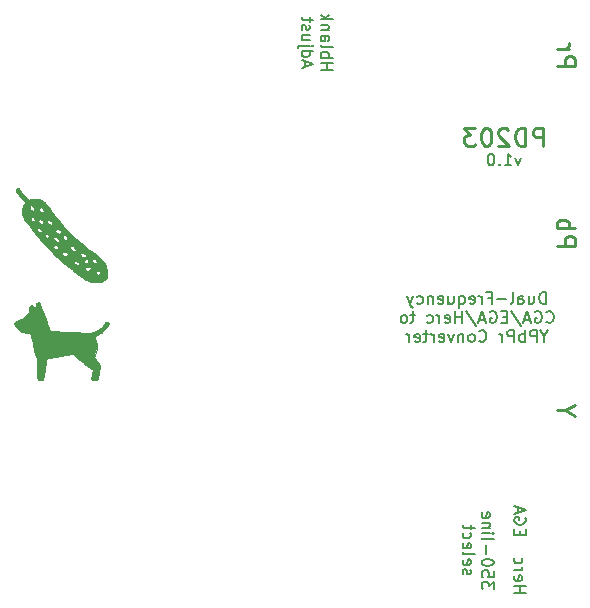
<source format=gbr>
%TF.GenerationSoftware,KiCad,Pcbnew,(6.0.11)*%
%TF.CreationDate,2023-07-09T23:55:29-07:00*%
%TF.ProjectId,cga-ypbpr,6367612d-7970-4627-9072-2e6b69636164,rev?*%
%TF.SameCoordinates,PX2990618PY4bd2668*%
%TF.FileFunction,Legend,Bot*%
%TF.FilePolarity,Positive*%
%FSLAX46Y46*%
G04 Gerber Fmt 4.6, Leading zero omitted, Abs format (unit mm)*
G04 Created by KiCad (PCBNEW (6.0.11)) date 2023-07-09 23:55:29*
%MOMM*%
%LPD*%
G01*
G04 APERTURE LIST*
%ADD10C,0.150000*%
%ADD11C,0.250000*%
%ADD12C,0.010000*%
G04 APERTURE END LIST*
D10*
X36786523Y-25382380D02*
X36786523Y-24382380D01*
X36548428Y-24382380D01*
X36405571Y-24430000D01*
X36310333Y-24525238D01*
X36262714Y-24620476D01*
X36215095Y-24810952D01*
X36215095Y-24953809D01*
X36262714Y-25144285D01*
X36310333Y-25239523D01*
X36405571Y-25334761D01*
X36548428Y-25382380D01*
X36786523Y-25382380D01*
X35357952Y-24715714D02*
X35357952Y-25382380D01*
X35786523Y-24715714D02*
X35786523Y-25239523D01*
X35738904Y-25334761D01*
X35643666Y-25382380D01*
X35500809Y-25382380D01*
X35405571Y-25334761D01*
X35357952Y-25287142D01*
X34453190Y-25382380D02*
X34453190Y-24858571D01*
X34500809Y-24763333D01*
X34596047Y-24715714D01*
X34786523Y-24715714D01*
X34881761Y-24763333D01*
X34453190Y-25334761D02*
X34548428Y-25382380D01*
X34786523Y-25382380D01*
X34881761Y-25334761D01*
X34929380Y-25239523D01*
X34929380Y-25144285D01*
X34881761Y-25049047D01*
X34786523Y-25001428D01*
X34548428Y-25001428D01*
X34453190Y-24953809D01*
X33834142Y-25382380D02*
X33929380Y-25334761D01*
X33977000Y-25239523D01*
X33977000Y-24382380D01*
X33453190Y-25001428D02*
X32691285Y-25001428D01*
X31881761Y-24858571D02*
X32215095Y-24858571D01*
X32215095Y-25382380D02*
X32215095Y-24382380D01*
X31738904Y-24382380D01*
X31357952Y-25382380D02*
X31357952Y-24715714D01*
X31357952Y-24906190D02*
X31310333Y-24810952D01*
X31262714Y-24763333D01*
X31167476Y-24715714D01*
X31072238Y-24715714D01*
X30357952Y-25334761D02*
X30453190Y-25382380D01*
X30643666Y-25382380D01*
X30738904Y-25334761D01*
X30786523Y-25239523D01*
X30786523Y-24858571D01*
X30738904Y-24763333D01*
X30643666Y-24715714D01*
X30453190Y-24715714D01*
X30357952Y-24763333D01*
X30310333Y-24858571D01*
X30310333Y-24953809D01*
X30786523Y-25049047D01*
X29453190Y-24715714D02*
X29453190Y-25715714D01*
X29453190Y-25334761D02*
X29548428Y-25382380D01*
X29738904Y-25382380D01*
X29834142Y-25334761D01*
X29881761Y-25287142D01*
X29929380Y-25191904D01*
X29929380Y-24906190D01*
X29881761Y-24810952D01*
X29834142Y-24763333D01*
X29738904Y-24715714D01*
X29548428Y-24715714D01*
X29453190Y-24763333D01*
X28548428Y-24715714D02*
X28548428Y-25382380D01*
X28977000Y-24715714D02*
X28977000Y-25239523D01*
X28929380Y-25334761D01*
X28834142Y-25382380D01*
X28691285Y-25382380D01*
X28596047Y-25334761D01*
X28548428Y-25287142D01*
X27691285Y-25334761D02*
X27786523Y-25382380D01*
X27977000Y-25382380D01*
X28072238Y-25334761D01*
X28119857Y-25239523D01*
X28119857Y-24858571D01*
X28072238Y-24763333D01*
X27977000Y-24715714D01*
X27786523Y-24715714D01*
X27691285Y-24763333D01*
X27643666Y-24858571D01*
X27643666Y-24953809D01*
X28119857Y-25049047D01*
X27215095Y-24715714D02*
X27215095Y-25382380D01*
X27215095Y-24810952D02*
X27167476Y-24763333D01*
X27072238Y-24715714D01*
X26929380Y-24715714D01*
X26834142Y-24763333D01*
X26786523Y-24858571D01*
X26786523Y-25382380D01*
X25881761Y-25334761D02*
X25977000Y-25382380D01*
X26167476Y-25382380D01*
X26262714Y-25334761D01*
X26310333Y-25287142D01*
X26357952Y-25191904D01*
X26357952Y-24906190D01*
X26310333Y-24810952D01*
X26262714Y-24763333D01*
X26167476Y-24715714D01*
X25977000Y-24715714D01*
X25881761Y-24763333D01*
X25548428Y-24715714D02*
X25310333Y-25382380D01*
X25072238Y-24715714D02*
X25310333Y-25382380D01*
X25405571Y-25620476D01*
X25453190Y-25668095D01*
X25548428Y-25715714D01*
X36834142Y-26897142D02*
X36881761Y-26944761D01*
X37024619Y-26992380D01*
X37119857Y-26992380D01*
X37262714Y-26944761D01*
X37357952Y-26849523D01*
X37405571Y-26754285D01*
X37453190Y-26563809D01*
X37453190Y-26420952D01*
X37405571Y-26230476D01*
X37357952Y-26135238D01*
X37262714Y-26040000D01*
X37119857Y-25992380D01*
X37024619Y-25992380D01*
X36881761Y-26040000D01*
X36834142Y-26087619D01*
X35881761Y-26040000D02*
X35977000Y-25992380D01*
X36119857Y-25992380D01*
X36262714Y-26040000D01*
X36357952Y-26135238D01*
X36405571Y-26230476D01*
X36453190Y-26420952D01*
X36453190Y-26563809D01*
X36405571Y-26754285D01*
X36357952Y-26849523D01*
X36262714Y-26944761D01*
X36119857Y-26992380D01*
X36024619Y-26992380D01*
X35881761Y-26944761D01*
X35834142Y-26897142D01*
X35834142Y-26563809D01*
X36024619Y-26563809D01*
X35453190Y-26706666D02*
X34977000Y-26706666D01*
X35548428Y-26992380D02*
X35215095Y-25992380D01*
X34881761Y-26992380D01*
X33834142Y-25944761D02*
X34691285Y-27230476D01*
X33500809Y-26468571D02*
X33167476Y-26468571D01*
X33024619Y-26992380D02*
X33500809Y-26992380D01*
X33500809Y-25992380D01*
X33024619Y-25992380D01*
X32072238Y-26040000D02*
X32167476Y-25992380D01*
X32310333Y-25992380D01*
X32453190Y-26040000D01*
X32548428Y-26135238D01*
X32596047Y-26230476D01*
X32643666Y-26420952D01*
X32643666Y-26563809D01*
X32596047Y-26754285D01*
X32548428Y-26849523D01*
X32453190Y-26944761D01*
X32310333Y-26992380D01*
X32215095Y-26992380D01*
X32072238Y-26944761D01*
X32024619Y-26897142D01*
X32024619Y-26563809D01*
X32215095Y-26563809D01*
X31643666Y-26706666D02*
X31167476Y-26706666D01*
X31738904Y-26992380D02*
X31405571Y-25992380D01*
X31072238Y-26992380D01*
X30024619Y-25944761D02*
X30881761Y-27230476D01*
X29691285Y-26992380D02*
X29691285Y-25992380D01*
X29691285Y-26468571D02*
X29119857Y-26468571D01*
X29119857Y-26992380D02*
X29119857Y-25992380D01*
X28262714Y-26944761D02*
X28357952Y-26992380D01*
X28548428Y-26992380D01*
X28643666Y-26944761D01*
X28691285Y-26849523D01*
X28691285Y-26468571D01*
X28643666Y-26373333D01*
X28548428Y-26325714D01*
X28357952Y-26325714D01*
X28262714Y-26373333D01*
X28215095Y-26468571D01*
X28215095Y-26563809D01*
X28691285Y-26659047D01*
X27786523Y-26992380D02*
X27786523Y-26325714D01*
X27786523Y-26516190D02*
X27738904Y-26420952D01*
X27691285Y-26373333D01*
X27596047Y-26325714D01*
X27500809Y-26325714D01*
X26738904Y-26944761D02*
X26834142Y-26992380D01*
X27024619Y-26992380D01*
X27119857Y-26944761D01*
X27167476Y-26897142D01*
X27215095Y-26801904D01*
X27215095Y-26516190D01*
X27167476Y-26420952D01*
X27119857Y-26373333D01*
X27024619Y-26325714D01*
X26834142Y-26325714D01*
X26738904Y-26373333D01*
X25691285Y-26325714D02*
X25310333Y-26325714D01*
X25548428Y-25992380D02*
X25548428Y-26849523D01*
X25500809Y-26944761D01*
X25405571Y-26992380D01*
X25310333Y-26992380D01*
X24834142Y-26992380D02*
X24929380Y-26944761D01*
X24977000Y-26897142D01*
X25024619Y-26801904D01*
X25024619Y-26516190D01*
X24977000Y-26420952D01*
X24929380Y-26373333D01*
X24834142Y-26325714D01*
X24691285Y-26325714D01*
X24596047Y-26373333D01*
X24548428Y-26420952D01*
X24500809Y-26516190D01*
X24500809Y-26801904D01*
X24548428Y-26897142D01*
X24596047Y-26944761D01*
X24691285Y-26992380D01*
X24834142Y-26992380D01*
X36667476Y-28126190D02*
X36667476Y-28602380D01*
X37000809Y-27602380D02*
X36667476Y-28126190D01*
X36334142Y-27602380D01*
X36000809Y-28602380D02*
X36000809Y-27602380D01*
X35619857Y-27602380D01*
X35524619Y-27650000D01*
X35477000Y-27697619D01*
X35429380Y-27792857D01*
X35429380Y-27935714D01*
X35477000Y-28030952D01*
X35524619Y-28078571D01*
X35619857Y-28126190D01*
X36000809Y-28126190D01*
X35000809Y-28602380D02*
X35000809Y-27602380D01*
X35000809Y-27983333D02*
X34905571Y-27935714D01*
X34715095Y-27935714D01*
X34619857Y-27983333D01*
X34572238Y-28030952D01*
X34524619Y-28126190D01*
X34524619Y-28411904D01*
X34572238Y-28507142D01*
X34619857Y-28554761D01*
X34715095Y-28602380D01*
X34905571Y-28602380D01*
X35000809Y-28554761D01*
X34096047Y-28602380D02*
X34096047Y-27602380D01*
X33715095Y-27602380D01*
X33619857Y-27650000D01*
X33572238Y-27697619D01*
X33524619Y-27792857D01*
X33524619Y-27935714D01*
X33572238Y-28030952D01*
X33619857Y-28078571D01*
X33715095Y-28126190D01*
X34096047Y-28126190D01*
X33096047Y-28602380D02*
X33096047Y-27935714D01*
X33096047Y-28126190D02*
X33048428Y-28030952D01*
X33000809Y-27983333D01*
X32905571Y-27935714D01*
X32810333Y-27935714D01*
X31143666Y-28507142D02*
X31191285Y-28554761D01*
X31334142Y-28602380D01*
X31429380Y-28602380D01*
X31572238Y-28554761D01*
X31667476Y-28459523D01*
X31715095Y-28364285D01*
X31762714Y-28173809D01*
X31762714Y-28030952D01*
X31715095Y-27840476D01*
X31667476Y-27745238D01*
X31572238Y-27650000D01*
X31429380Y-27602380D01*
X31334142Y-27602380D01*
X31191285Y-27650000D01*
X31143666Y-27697619D01*
X30572238Y-28602380D02*
X30667476Y-28554761D01*
X30715095Y-28507142D01*
X30762714Y-28411904D01*
X30762714Y-28126190D01*
X30715095Y-28030952D01*
X30667476Y-27983333D01*
X30572238Y-27935714D01*
X30429380Y-27935714D01*
X30334142Y-27983333D01*
X30286523Y-28030952D01*
X30238904Y-28126190D01*
X30238904Y-28411904D01*
X30286523Y-28507142D01*
X30334142Y-28554761D01*
X30429380Y-28602380D01*
X30572238Y-28602380D01*
X29810333Y-27935714D02*
X29810333Y-28602380D01*
X29810333Y-28030952D02*
X29762714Y-27983333D01*
X29667476Y-27935714D01*
X29524619Y-27935714D01*
X29429380Y-27983333D01*
X29381761Y-28078571D01*
X29381761Y-28602380D01*
X29000809Y-27935714D02*
X28762714Y-28602380D01*
X28524619Y-27935714D01*
X27762714Y-28554761D02*
X27857952Y-28602380D01*
X28048428Y-28602380D01*
X28143666Y-28554761D01*
X28191285Y-28459523D01*
X28191285Y-28078571D01*
X28143666Y-27983333D01*
X28048428Y-27935714D01*
X27857952Y-27935714D01*
X27762714Y-27983333D01*
X27715095Y-28078571D01*
X27715095Y-28173809D01*
X28191285Y-28269047D01*
X27286523Y-28602380D02*
X27286523Y-27935714D01*
X27286523Y-28126190D02*
X27238904Y-28030952D01*
X27191285Y-27983333D01*
X27096047Y-27935714D01*
X27000809Y-27935714D01*
X26810333Y-27935714D02*
X26429380Y-27935714D01*
X26667476Y-27602380D02*
X26667476Y-28459523D01*
X26619857Y-28554761D01*
X26524619Y-28602380D01*
X26429380Y-28602380D01*
X25715095Y-28554761D02*
X25810333Y-28602380D01*
X26000809Y-28602380D01*
X26096047Y-28554761D01*
X26143666Y-28459523D01*
X26143666Y-28078571D01*
X26096047Y-27983333D01*
X26000809Y-27935714D01*
X25810333Y-27935714D01*
X25715095Y-27983333D01*
X25667476Y-28078571D01*
X25667476Y-28173809D01*
X26143666Y-28269047D01*
X25238904Y-28602380D02*
X25238904Y-27935714D01*
X25238904Y-28126190D02*
X25191285Y-28030952D01*
X25143666Y-27983333D01*
X25048428Y-27935714D01*
X24953190Y-27935714D01*
D11*
X36537714Y-11978571D02*
X36537714Y-10478571D01*
X35966285Y-10478571D01*
X35823428Y-10550000D01*
X35752000Y-10621428D01*
X35680571Y-10764285D01*
X35680571Y-10978571D01*
X35752000Y-11121428D01*
X35823428Y-11192857D01*
X35966285Y-11264285D01*
X36537714Y-11264285D01*
X35037714Y-11978571D02*
X35037714Y-10478571D01*
X34680571Y-10478571D01*
X34466285Y-10550000D01*
X34323428Y-10692857D01*
X34252000Y-10835714D01*
X34180571Y-11121428D01*
X34180571Y-11335714D01*
X34252000Y-11621428D01*
X34323428Y-11764285D01*
X34466285Y-11907142D01*
X34680571Y-11978571D01*
X35037714Y-11978571D01*
X33609142Y-10621428D02*
X33537714Y-10550000D01*
X33394857Y-10478571D01*
X33037714Y-10478571D01*
X32894857Y-10550000D01*
X32823428Y-10621428D01*
X32752000Y-10764285D01*
X32752000Y-10907142D01*
X32823428Y-11121428D01*
X33680571Y-11978571D01*
X32752000Y-11978571D01*
X31823428Y-10478571D02*
X31680571Y-10478571D01*
X31537714Y-10550000D01*
X31466285Y-10621428D01*
X31394857Y-10764285D01*
X31323428Y-11050000D01*
X31323428Y-11407142D01*
X31394857Y-11692857D01*
X31466285Y-11835714D01*
X31537714Y-11907142D01*
X31680571Y-11978571D01*
X31823428Y-11978571D01*
X31966285Y-11907142D01*
X32037714Y-11835714D01*
X32109142Y-11692857D01*
X32180571Y-11407142D01*
X32180571Y-11050000D01*
X32109142Y-10764285D01*
X32037714Y-10621428D01*
X31966285Y-10550000D01*
X31823428Y-10478571D01*
X30823428Y-10478571D02*
X29894857Y-10478571D01*
X30394857Y-11050000D01*
X30180571Y-11050000D01*
X30037714Y-11121428D01*
X29966285Y-11192857D01*
X29894857Y-11335714D01*
X29894857Y-11692857D01*
X29966285Y-11835714D01*
X30037714Y-11907142D01*
X30180571Y-11978571D01*
X30609142Y-11978571D01*
X30752000Y-11907142D01*
X30823428Y-11835714D01*
D10*
X34680571Y-12990714D02*
X34442476Y-13657380D01*
X34204380Y-12990714D01*
X33299619Y-13657380D02*
X33871047Y-13657380D01*
X33585333Y-13657380D02*
X33585333Y-12657380D01*
X33680571Y-12800238D01*
X33775809Y-12895476D01*
X33871047Y-12943095D01*
X32871047Y-13562142D02*
X32823428Y-13609761D01*
X32871047Y-13657380D01*
X32918666Y-13609761D01*
X32871047Y-13562142D01*
X32871047Y-13657380D01*
X32204380Y-12657380D02*
X32109142Y-12657380D01*
X32013904Y-12705000D01*
X31966285Y-12752619D01*
X31918666Y-12847857D01*
X31871047Y-13038333D01*
X31871047Y-13276428D01*
X31918666Y-13466904D01*
X31966285Y-13562142D01*
X32013904Y-13609761D01*
X32109142Y-13657380D01*
X32204380Y-13657380D01*
X32299619Y-13609761D01*
X32347238Y-13562142D01*
X32394857Y-13466904D01*
X32442476Y-13276428D01*
X32442476Y-13038333D01*
X32394857Y-12847857D01*
X32347238Y-12752619D01*
X32299619Y-12705000D01*
X32204380Y-12657380D01*
X17729619Y-5564523D02*
X18729619Y-5564523D01*
X18253428Y-5564523D02*
X18253428Y-4993095D01*
X17729619Y-4993095D02*
X18729619Y-4993095D01*
X17729619Y-4516904D02*
X18729619Y-4516904D01*
X18348666Y-4516904D02*
X18396285Y-4421666D01*
X18396285Y-4231190D01*
X18348666Y-4135952D01*
X18301047Y-4088333D01*
X18205809Y-4040714D01*
X17920095Y-4040714D01*
X17824857Y-4088333D01*
X17777238Y-4135952D01*
X17729619Y-4231190D01*
X17729619Y-4421666D01*
X17777238Y-4516904D01*
X17729619Y-3469285D02*
X17777238Y-3564523D01*
X17872476Y-3612142D01*
X18729619Y-3612142D01*
X17729619Y-2659761D02*
X18253428Y-2659761D01*
X18348666Y-2707380D01*
X18396285Y-2802619D01*
X18396285Y-2993095D01*
X18348666Y-3088333D01*
X17777238Y-2659761D02*
X17729619Y-2755000D01*
X17729619Y-2993095D01*
X17777238Y-3088333D01*
X17872476Y-3135952D01*
X17967714Y-3135952D01*
X18062952Y-3088333D01*
X18110571Y-2993095D01*
X18110571Y-2755000D01*
X18158190Y-2659761D01*
X18396285Y-2183571D02*
X17729619Y-2183571D01*
X18301047Y-2183571D02*
X18348666Y-2135952D01*
X18396285Y-2040714D01*
X18396285Y-1897857D01*
X18348666Y-1802619D01*
X18253428Y-1755000D01*
X17729619Y-1755000D01*
X17729619Y-1278809D02*
X18729619Y-1278809D01*
X18110571Y-1183571D02*
X17729619Y-897857D01*
X18396285Y-897857D02*
X18015333Y-1278809D01*
X16405333Y-5326428D02*
X16405333Y-4850238D01*
X16119619Y-5421666D02*
X17119619Y-5088333D01*
X16119619Y-4755000D01*
X16119619Y-3993095D02*
X17119619Y-3993095D01*
X16167238Y-3993095D02*
X16119619Y-4088333D01*
X16119619Y-4278809D01*
X16167238Y-4374047D01*
X16214857Y-4421666D01*
X16310095Y-4469285D01*
X16595809Y-4469285D01*
X16691047Y-4421666D01*
X16738666Y-4374047D01*
X16786285Y-4278809D01*
X16786285Y-4088333D01*
X16738666Y-3993095D01*
X16786285Y-3516904D02*
X15929142Y-3516904D01*
X15833904Y-3564523D01*
X15786285Y-3659761D01*
X15786285Y-3707380D01*
X17119619Y-3516904D02*
X17072000Y-3564523D01*
X17024380Y-3516904D01*
X17072000Y-3469285D01*
X17119619Y-3516904D01*
X17024380Y-3516904D01*
X16786285Y-2612142D02*
X16119619Y-2612142D01*
X16786285Y-3040714D02*
X16262476Y-3040714D01*
X16167238Y-2993095D01*
X16119619Y-2897857D01*
X16119619Y-2755000D01*
X16167238Y-2659761D01*
X16214857Y-2612142D01*
X16167238Y-2183571D02*
X16119619Y-2088333D01*
X16119619Y-1897857D01*
X16167238Y-1802619D01*
X16262476Y-1755000D01*
X16310095Y-1755000D01*
X16405333Y-1802619D01*
X16452952Y-1897857D01*
X16452952Y-2040714D01*
X16500571Y-2135952D01*
X16595809Y-2183571D01*
X16643428Y-2183571D01*
X16738666Y-2135952D01*
X16786285Y-2040714D01*
X16786285Y-1897857D01*
X16738666Y-1802619D01*
X16786285Y-1469285D02*
X16786285Y-1088333D01*
X17119619Y-1326428D02*
X16262476Y-1326428D01*
X16167238Y-1278809D01*
X16119619Y-1183571D01*
X16119619Y-1088333D01*
D11*
X37738428Y-5252142D02*
X39238428Y-5252142D01*
X39238428Y-4680714D01*
X39167000Y-4537857D01*
X39095571Y-4466428D01*
X38952714Y-4395000D01*
X38738428Y-4395000D01*
X38595571Y-4466428D01*
X38524142Y-4537857D01*
X38452714Y-4680714D01*
X38452714Y-5252142D01*
X37738428Y-3752142D02*
X38738428Y-3752142D01*
X38452714Y-3752142D02*
X38595571Y-3680714D01*
X38667000Y-3609285D01*
X38738428Y-3466428D01*
X38738428Y-3323571D01*
X37738428Y-20466428D02*
X39238428Y-20466428D01*
X39238428Y-19895000D01*
X39167000Y-19752142D01*
X39095571Y-19680714D01*
X38952714Y-19609285D01*
X38738428Y-19609285D01*
X38595571Y-19680714D01*
X38524142Y-19752142D01*
X38452714Y-19895000D01*
X38452714Y-20466428D01*
X37738428Y-18966428D02*
X39238428Y-18966428D01*
X38667000Y-18966428D02*
X38738428Y-18823571D01*
X38738428Y-18537857D01*
X38667000Y-18395000D01*
X38595571Y-18323571D01*
X38452714Y-18252142D01*
X38024142Y-18252142D01*
X37881285Y-18323571D01*
X37809857Y-18395000D01*
X37738428Y-18537857D01*
X37738428Y-18823571D01*
X37809857Y-18966428D01*
D10*
X32361619Y-49510714D02*
X32361619Y-48891666D01*
X31980666Y-49225000D01*
X31980666Y-49082142D01*
X31933047Y-48986904D01*
X31885428Y-48939285D01*
X31790190Y-48891666D01*
X31552095Y-48891666D01*
X31456857Y-48939285D01*
X31409238Y-48986904D01*
X31361619Y-49082142D01*
X31361619Y-49367857D01*
X31409238Y-49463095D01*
X31456857Y-49510714D01*
X32361619Y-47986904D02*
X32361619Y-48463095D01*
X31885428Y-48510714D01*
X31933047Y-48463095D01*
X31980666Y-48367857D01*
X31980666Y-48129761D01*
X31933047Y-48034523D01*
X31885428Y-47986904D01*
X31790190Y-47939285D01*
X31552095Y-47939285D01*
X31456857Y-47986904D01*
X31409238Y-48034523D01*
X31361619Y-48129761D01*
X31361619Y-48367857D01*
X31409238Y-48463095D01*
X31456857Y-48510714D01*
X32361619Y-47320238D02*
X32361619Y-47225000D01*
X32314000Y-47129761D01*
X32266380Y-47082142D01*
X32171142Y-47034523D01*
X31980666Y-46986904D01*
X31742571Y-46986904D01*
X31552095Y-47034523D01*
X31456857Y-47082142D01*
X31409238Y-47129761D01*
X31361619Y-47225000D01*
X31361619Y-47320238D01*
X31409238Y-47415476D01*
X31456857Y-47463095D01*
X31552095Y-47510714D01*
X31742571Y-47558333D01*
X31980666Y-47558333D01*
X32171142Y-47510714D01*
X32266380Y-47463095D01*
X32314000Y-47415476D01*
X32361619Y-47320238D01*
X31742571Y-46558333D02*
X31742571Y-45796428D01*
X31361619Y-45177380D02*
X31409238Y-45272619D01*
X31504476Y-45320238D01*
X32361619Y-45320238D01*
X31361619Y-44796428D02*
X32028285Y-44796428D01*
X32361619Y-44796428D02*
X32314000Y-44844047D01*
X32266380Y-44796428D01*
X32314000Y-44748809D01*
X32361619Y-44796428D01*
X32266380Y-44796428D01*
X32028285Y-44320238D02*
X31361619Y-44320238D01*
X31933047Y-44320238D02*
X31980666Y-44272619D01*
X32028285Y-44177380D01*
X32028285Y-44034523D01*
X31980666Y-43939285D01*
X31885428Y-43891666D01*
X31361619Y-43891666D01*
X31409238Y-43034523D02*
X31361619Y-43129761D01*
X31361619Y-43320238D01*
X31409238Y-43415476D01*
X31504476Y-43463095D01*
X31885428Y-43463095D01*
X31980666Y-43415476D01*
X32028285Y-43320238D01*
X32028285Y-43129761D01*
X31980666Y-43034523D01*
X31885428Y-42986904D01*
X31790190Y-42986904D01*
X31694952Y-43463095D01*
X29799238Y-48272619D02*
X29751619Y-48177380D01*
X29751619Y-47986904D01*
X29799238Y-47891666D01*
X29894476Y-47844047D01*
X29942095Y-47844047D01*
X30037333Y-47891666D01*
X30084952Y-47986904D01*
X30084952Y-48129761D01*
X30132571Y-48225000D01*
X30227809Y-48272619D01*
X30275428Y-48272619D01*
X30370666Y-48225000D01*
X30418285Y-48129761D01*
X30418285Y-47986904D01*
X30370666Y-47891666D01*
X29799238Y-47034523D02*
X29751619Y-47129761D01*
X29751619Y-47320238D01*
X29799238Y-47415476D01*
X29894476Y-47463095D01*
X30275428Y-47463095D01*
X30370666Y-47415476D01*
X30418285Y-47320238D01*
X30418285Y-47129761D01*
X30370666Y-47034523D01*
X30275428Y-46986904D01*
X30180190Y-46986904D01*
X30084952Y-47463095D01*
X29751619Y-46415476D02*
X29799238Y-46510714D01*
X29894476Y-46558333D01*
X30751619Y-46558333D01*
X29799238Y-45653571D02*
X29751619Y-45748809D01*
X29751619Y-45939285D01*
X29799238Y-46034523D01*
X29894476Y-46082142D01*
X30275428Y-46082142D01*
X30370666Y-46034523D01*
X30418285Y-45939285D01*
X30418285Y-45748809D01*
X30370666Y-45653571D01*
X30275428Y-45605952D01*
X30180190Y-45605952D01*
X30084952Y-46082142D01*
X29799238Y-44748809D02*
X29751619Y-44844047D01*
X29751619Y-45034523D01*
X29799238Y-45129761D01*
X29846857Y-45177380D01*
X29942095Y-45225000D01*
X30227809Y-45225000D01*
X30323047Y-45177380D01*
X30370666Y-45129761D01*
X30418285Y-45034523D01*
X30418285Y-44844047D01*
X30370666Y-44748809D01*
X30418285Y-44463095D02*
X30418285Y-44082142D01*
X30751619Y-44320238D02*
X29894476Y-44320238D01*
X29799238Y-44272619D01*
X29751619Y-44177380D01*
X29751619Y-44082142D01*
X34112619Y-49820238D02*
X35112619Y-49820238D01*
X34636428Y-49820238D02*
X34636428Y-49248809D01*
X34112619Y-49248809D02*
X35112619Y-49248809D01*
X34160238Y-48391666D02*
X34112619Y-48486904D01*
X34112619Y-48677380D01*
X34160238Y-48772619D01*
X34255476Y-48820238D01*
X34636428Y-48820238D01*
X34731666Y-48772619D01*
X34779285Y-48677380D01*
X34779285Y-48486904D01*
X34731666Y-48391666D01*
X34636428Y-48344047D01*
X34541190Y-48344047D01*
X34445952Y-48820238D01*
X34112619Y-47915476D02*
X34779285Y-47915476D01*
X34588809Y-47915476D02*
X34684047Y-47867857D01*
X34731666Y-47820238D01*
X34779285Y-47725000D01*
X34779285Y-47629761D01*
X34160238Y-46867857D02*
X34112619Y-46963095D01*
X34112619Y-47153571D01*
X34160238Y-47248809D01*
X34207857Y-47296428D01*
X34303095Y-47344047D01*
X34588809Y-47344047D01*
X34684047Y-47296428D01*
X34731666Y-47248809D01*
X34779285Y-47153571D01*
X34779285Y-46963095D01*
X34731666Y-46867857D01*
X34636428Y-44915476D02*
X34636428Y-44582142D01*
X34112619Y-44439285D02*
X34112619Y-44915476D01*
X35112619Y-44915476D01*
X35112619Y-44439285D01*
X35065000Y-43486904D02*
X35112619Y-43582142D01*
X35112619Y-43725000D01*
X35065000Y-43867857D01*
X34969761Y-43963095D01*
X34874523Y-44010714D01*
X34684047Y-44058333D01*
X34541190Y-44058333D01*
X34350714Y-44010714D01*
X34255476Y-43963095D01*
X34160238Y-43867857D01*
X34112619Y-43725000D01*
X34112619Y-43629761D01*
X34160238Y-43486904D01*
X34207857Y-43439285D01*
X34541190Y-43439285D01*
X34541190Y-43629761D01*
X34398333Y-43058333D02*
X34398333Y-42582142D01*
X34112619Y-43153571D02*
X35112619Y-42820238D01*
X34112619Y-42486904D01*
D11*
X38452714Y-34395000D02*
X37738428Y-34395000D01*
X39238428Y-34895000D02*
X38452714Y-34395000D01*
X39238428Y-33895000D01*
%TO.C,Ref\u002A\u002A*%
G36*
X-3711674Y-19123013D02*
G01*
X-3540030Y-19297166D01*
X-3411033Y-19428050D01*
X-3061431Y-19767058D01*
X-2960831Y-19858910D01*
X-2812657Y-19994200D01*
X-2652647Y-20140297D01*
X-2234640Y-20496250D01*
X-1862228Y-20791956D01*
X-1796756Y-20843943D01*
X-1328340Y-21192400D01*
X-1228831Y-21265209D01*
X-1165860Y-21313716D01*
X-1057943Y-21396846D01*
X-916714Y-21517232D01*
X-800036Y-21632119D01*
X-702801Y-21747262D01*
X-638494Y-21841242D01*
X-619902Y-21868413D01*
X-561581Y-21973633D01*
X-546231Y-22001327D01*
X-476681Y-22151757D01*
X-411737Y-22330880D01*
X-398268Y-22389094D01*
X-364052Y-22536984D01*
X-344519Y-22738592D01*
X-345934Y-22767124D01*
X-353880Y-22927375D01*
X-392874Y-23095002D01*
X-406094Y-23128671D01*
X-481910Y-23254783D01*
X-590763Y-23367195D01*
X-725571Y-23459632D01*
X-879250Y-23525821D01*
X-925899Y-23535532D01*
X-1013887Y-23544978D01*
X-1128606Y-23551371D01*
X-1261555Y-23554084D01*
X-1446680Y-23550236D01*
X-1611226Y-23534252D01*
X-1761276Y-23503245D01*
X-1910461Y-23454367D01*
X-2072412Y-23384774D01*
X-2091800Y-23375390D01*
X-2199700Y-23315622D01*
X-2334556Y-23231177D01*
X-2492565Y-23124950D01*
X-2669928Y-22999835D01*
X-2862843Y-22858725D01*
X-3067509Y-22704516D01*
X-3126267Y-22659079D01*
X-1310652Y-22659079D01*
X-1296813Y-22733900D01*
X-1249889Y-22814385D01*
X-1238933Y-22827889D01*
X-1180131Y-22885201D01*
X-1125058Y-22907064D01*
X-1065052Y-22897368D01*
X-1039109Y-22884792D01*
X-992595Y-22834860D01*
X-976743Y-22767124D01*
X-992344Y-22690604D01*
X-1040192Y-22614319D01*
X-1066191Y-22586765D01*
X-1118090Y-22549917D01*
X-1174495Y-22539500D01*
X-1246852Y-22554789D01*
X-1293350Y-22597011D01*
X-1310652Y-22659079D01*
X-3126267Y-22659079D01*
X-3280125Y-22540101D01*
X-3496890Y-22368375D01*
X-3510617Y-22357238D01*
X-2234181Y-22357238D01*
X-2228404Y-22420606D01*
X-2191178Y-22481238D01*
X-2128223Y-22527431D01*
X-2070720Y-22549099D01*
X-1968230Y-22556965D01*
X-1863524Y-22523592D01*
X-1840247Y-22510615D01*
X-1777958Y-22454746D01*
X-1749790Y-22389094D01*
X-1759670Y-22321304D01*
X-1802368Y-22266079D01*
X-1866675Y-22236579D01*
X-1937490Y-22243131D01*
X-1986680Y-22253285D01*
X-2051405Y-22251093D01*
X-2098694Y-22248259D01*
X-2171932Y-22272885D01*
X-2224620Y-22330238D01*
X-2234181Y-22357238D01*
X-3510617Y-22357238D01*
X-3714002Y-22192231D01*
X-3927662Y-22014565D01*
X-4085140Y-21880060D01*
X-3154666Y-21880060D01*
X-3142535Y-21915067D01*
X-3098134Y-21967316D01*
X-3028405Y-22022906D01*
X-2941016Y-22074845D01*
X-2933729Y-22078502D01*
X-2842027Y-22111271D01*
X-2771764Y-22108153D01*
X-2721950Y-22069123D01*
X-2702830Y-22037403D01*
X-2687332Y-21973633D01*
X-2708300Y-21913180D01*
X-2767498Y-21852623D01*
X-2866691Y-21788541D01*
X-2922186Y-21758590D01*
X-2964579Y-21739898D01*
X-2346352Y-21739898D01*
X-2343225Y-21813697D01*
X-2307175Y-21879342D01*
X-2265249Y-21907245D01*
X-2188501Y-21920035D01*
X-2095727Y-21905892D01*
X-1996041Y-21865231D01*
X-1958554Y-21833135D01*
X-1933853Y-21773837D01*
X-1936256Y-21721320D01*
X-1628599Y-21721320D01*
X-1613358Y-21773837D01*
X-1608339Y-21791133D01*
X-1551970Y-21860549D01*
X-1545057Y-21866625D01*
X-1465939Y-21926834D01*
X-1401616Y-21953039D01*
X-1344426Y-21946641D01*
X-1286708Y-21909040D01*
X-1276085Y-21898464D01*
X-1249852Y-21841242D01*
X-1253930Y-21774001D01*
X-1283141Y-21705849D01*
X-1332309Y-21645893D01*
X-1396254Y-21603241D01*
X-1469800Y-21587000D01*
X-1496420Y-21588386D01*
X-1570270Y-21612058D01*
X-1615120Y-21658999D01*
X-1628599Y-21721320D01*
X-1936256Y-21721320D01*
X-1936873Y-21707827D01*
X-1966330Y-21648354D01*
X-2020938Y-21608665D01*
X-2060543Y-21601862D01*
X-2132792Y-21607061D01*
X-2211376Y-21625235D01*
X-2280074Y-21652320D01*
X-2322666Y-21684254D01*
X-2346352Y-21739898D01*
X-2964579Y-21739898D01*
X-2979373Y-21733375D01*
X-3020157Y-21726160D01*
X-3055632Y-21733728D01*
X-3084305Y-21748359D01*
X-3135646Y-21804567D01*
X-3154666Y-21880060D01*
X-4085140Y-21880060D01*
X-4134067Y-21838270D01*
X-4329416Y-21666240D01*
X-4508697Y-21501911D01*
X-4735626Y-21285485D01*
X-4900896Y-21122470D01*
X-4213000Y-21122470D01*
X-4208221Y-21151217D01*
X-4171274Y-21210330D01*
X-4104870Y-21262763D01*
X-4017495Y-21300775D01*
X-3972888Y-21313514D01*
X-3910747Y-21326666D01*
X-3858120Y-21327689D01*
X-3795380Y-21318117D01*
X-3771054Y-21309189D01*
X-3720257Y-21269791D01*
X-3679419Y-21215615D01*
X-3667992Y-21179835D01*
X-2620585Y-21179835D01*
X-2604437Y-21240645D01*
X-2550211Y-21302652D01*
X-2456060Y-21368696D01*
X-2379005Y-21411024D01*
X-2312271Y-21434112D01*
X-2258253Y-21431897D01*
X-2206876Y-21405883D01*
X-2179280Y-21375690D01*
X-2159927Y-21313716D01*
X-2166860Y-21246451D01*
X-2200581Y-21190949D01*
X-2229022Y-21168839D01*
X-2287978Y-21130436D01*
X-2357213Y-21090512D01*
X-2403883Y-21066155D01*
X-2455318Y-21044946D01*
X-2492464Y-21041568D01*
X-2528443Y-21053158D01*
X-2570284Y-21082688D01*
X-2608940Y-21133575D01*
X-2616387Y-21163157D01*
X-2620585Y-21179835D01*
X-3667992Y-21179835D01*
X-3662666Y-21163157D01*
X-3664772Y-21140740D01*
X-3695787Y-21080956D01*
X-3758497Y-21039440D01*
X-3846009Y-21021517D01*
X-3869464Y-21020262D01*
X-3957405Y-21013093D01*
X-4035715Y-21003673D01*
X-4087537Y-20998599D01*
X-4130764Y-21007712D01*
X-4168007Y-21038688D01*
X-4199330Y-21082383D01*
X-4213000Y-21122470D01*
X-4900896Y-21122470D01*
X-4975102Y-21049277D01*
X-5219959Y-20800677D01*
X-5463029Y-20547076D01*
X-5492646Y-20515296D01*
X-4899384Y-20515296D01*
X-4894738Y-20582166D01*
X-4849477Y-20650501D01*
X-4764519Y-20718405D01*
X-4759560Y-20721575D01*
X-4684835Y-20764031D01*
X-4630319Y-20779036D01*
X-4585057Y-20767088D01*
X-4538093Y-20728684D01*
X-4516404Y-20702842D01*
X-4495330Y-20639404D01*
X-4513051Y-20582976D01*
X-3519791Y-20582976D01*
X-3517791Y-20599337D01*
X-3499284Y-20639404D01*
X-3497071Y-20644196D01*
X-3450718Y-20704197D01*
X-3374838Y-20784760D01*
X-3314291Y-20843868D01*
X-3253937Y-20895440D01*
X-3208172Y-20922799D01*
X-3170147Y-20930833D01*
X-3126140Y-20921159D01*
X-3069179Y-20887137D01*
X-3024546Y-20840035D01*
X-3006500Y-20791956D01*
X-3013178Y-20774828D01*
X-3044168Y-20730111D01*
X-3094653Y-20669313D01*
X-3158243Y-20600494D01*
X-3189833Y-20568219D01*
X-3254617Y-20505734D01*
X-3302380Y-20467820D01*
X-3340715Y-20449050D01*
X-3377213Y-20444000D01*
X-3379269Y-20444013D01*
X-3451061Y-20463191D01*
X-3501040Y-20512570D01*
X-3519791Y-20582976D01*
X-4513051Y-20582976D01*
X-4516273Y-20572718D01*
X-4579140Y-20503290D01*
X-4597873Y-20487911D01*
X-4689315Y-20427631D01*
X-4765772Y-20405711D01*
X-4829312Y-20421966D01*
X-4881998Y-20476210D01*
X-4899384Y-20515296D01*
X-5492646Y-20515296D01*
X-5697147Y-20295863D01*
X-5915145Y-20054430D01*
X-6109857Y-19830166D01*
X-6208739Y-19711853D01*
X-6320994Y-19574083D01*
X-5651546Y-19574083D01*
X-5630059Y-19639953D01*
X-5567605Y-19711286D01*
X-5527077Y-19744596D01*
X-5456476Y-19781108D01*
X-5395041Y-19779020D01*
X-5391200Y-19776290D01*
X-4907002Y-19776290D01*
X-4904193Y-19842552D01*
X-4861927Y-19921469D01*
X-4780066Y-20014019D01*
X-4713238Y-20074415D01*
X-4638638Y-20123549D01*
X-4575806Y-20139032D01*
X-4519916Y-20122885D01*
X-4502604Y-20111930D01*
X-4453679Y-20058778D01*
X-4444506Y-19994200D01*
X-4475158Y-19917357D01*
X-4545708Y-19827411D01*
X-4587161Y-19784361D01*
X-4660597Y-19718195D01*
X-4720440Y-19682815D01*
X-4773187Y-19675069D01*
X-4825333Y-19691807D01*
X-4870493Y-19721703D01*
X-4907002Y-19776290D01*
X-5391200Y-19776290D01*
X-5338522Y-19738844D01*
X-5314910Y-19709184D01*
X-5301028Y-19667171D01*
X-4122357Y-19667171D01*
X-4118368Y-19726879D01*
X-4083254Y-19794741D01*
X-4014563Y-19877791D01*
X-4009236Y-19883494D01*
X-3941880Y-19946000D01*
X-3886181Y-19973273D01*
X-3834001Y-19967076D01*
X-3777204Y-19929169D01*
X-3745146Y-19897587D01*
X-3729216Y-19858910D01*
X-3734676Y-19802023D01*
X-3736522Y-19793528D01*
X-3770318Y-19716968D01*
X-3831035Y-19638126D01*
X-3856332Y-19612212D01*
X-3901444Y-19574276D01*
X-3942110Y-19558959D01*
X-3993425Y-19558897D01*
X-4010505Y-19560703D01*
X-4068144Y-19578927D01*
X-4104464Y-19619966D01*
X-4114400Y-19646178D01*
X-4122357Y-19667171D01*
X-5301028Y-19667171D01*
X-5294091Y-19646178D01*
X-5313200Y-19579775D01*
X-5372767Y-19506379D01*
X-5409932Y-19473559D01*
X-5481896Y-19434188D01*
X-5546621Y-19435424D01*
X-5606310Y-19476989D01*
X-5632568Y-19510636D01*
X-5651546Y-19574083D01*
X-6320994Y-19574083D01*
X-6344883Y-19544764D01*
X-6488958Y-19363981D01*
X-6636572Y-19175273D01*
X-6751142Y-19026276D01*
X-6324224Y-19026276D01*
X-6319477Y-19075162D01*
X-6285739Y-19132501D01*
X-6220762Y-19207017D01*
X-6180380Y-19248415D01*
X-6128346Y-19293779D01*
X-6085748Y-19316167D01*
X-6042382Y-19322166D01*
X-6011116Y-19317705D01*
X-5950412Y-19286678D01*
X-5903795Y-19236643D01*
X-5885166Y-19180157D01*
X-5885226Y-19179873D01*
X-4742166Y-19179873D01*
X-4742131Y-19180157D01*
X-4738939Y-19206125D01*
X-4717445Y-19260165D01*
X-4684358Y-19304059D01*
X-4649828Y-19322166D01*
X-4642181Y-19323485D01*
X-4602535Y-19341895D01*
X-4551666Y-19375083D01*
X-4537981Y-19384648D01*
X-4458218Y-19420386D01*
X-4386330Y-19423530D01*
X-4328040Y-19400057D01*
X-4289069Y-19355943D01*
X-4275139Y-19297166D01*
X-4291973Y-19229701D01*
X-4345291Y-19159525D01*
X-4359699Y-19146115D01*
X-4435166Y-19086703D01*
X-4504701Y-19055838D01*
X-4582025Y-19047000D01*
X-4600462Y-19047894D01*
X-4672370Y-19070535D01*
X-4723013Y-19117355D01*
X-4742166Y-19179873D01*
X-5885226Y-19179873D01*
X-5886304Y-19174769D01*
X-5907240Y-19139435D01*
X-5949117Y-19086169D01*
X-6004805Y-19024261D01*
X-6051511Y-18977761D01*
X-6124824Y-18919914D01*
X-6185205Y-18897542D01*
X-6237310Y-18909490D01*
X-6285797Y-18954604D01*
X-6302226Y-18977119D01*
X-6324224Y-19026276D01*
X-6751142Y-19026276D01*
X-6783337Y-18984406D01*
X-6924863Y-18797150D01*
X-7056760Y-18619272D01*
X-7174639Y-18456539D01*
X-7274110Y-18314721D01*
X-7350784Y-18199584D01*
X-7370801Y-18166750D01*
X-6855908Y-18166750D01*
X-6830888Y-18228751D01*
X-6768073Y-18301759D01*
X-6726184Y-18339480D01*
X-6655085Y-18382176D01*
X-6590097Y-18387823D01*
X-6524876Y-18357883D01*
X-6518985Y-18351135D01*
X-6179191Y-18351135D01*
X-6147837Y-18419072D01*
X-6078690Y-18499690D01*
X-6010622Y-18560449D01*
X-5945478Y-18596345D01*
X-5886505Y-18598702D01*
X-5826376Y-18569549D01*
X-5784835Y-18522548D01*
X-5777820Y-18459182D01*
X-5800567Y-18406126D01*
X-5440666Y-18406126D01*
X-5440656Y-18408379D01*
X-5437550Y-18434815D01*
X-5425889Y-18459182D01*
X-5424975Y-18461094D01*
X-5397224Y-18494096D01*
X-5348588Y-18540702D01*
X-5273359Y-18607791D01*
X-5216212Y-18651817D01*
X-5140281Y-18684833D01*
X-5075055Y-18677974D01*
X-5018869Y-18631395D01*
X-5017723Y-18629926D01*
X-4987510Y-18580451D01*
X-4975000Y-18539000D01*
X-4985811Y-18497552D01*
X-5027048Y-18435867D01*
X-5089691Y-18373232D01*
X-5163641Y-18318068D01*
X-5238796Y-18278795D01*
X-5305058Y-18263833D01*
X-5305742Y-18263834D01*
X-5375139Y-18282799D01*
X-5422894Y-18333147D01*
X-5440666Y-18406126D01*
X-5800567Y-18406126D01*
X-5809858Y-18384455D01*
X-5880602Y-18300079D01*
X-5947725Y-18241911D01*
X-6019455Y-18204680D01*
X-6082031Y-18205206D01*
X-6139166Y-18242666D01*
X-6142056Y-18246756D01*
X-6173753Y-18291620D01*
X-6179191Y-18351135D01*
X-6518985Y-18351135D01*
X-6483210Y-18310154D01*
X-6475673Y-18246756D01*
X-6505714Y-18174456D01*
X-6572610Y-18097195D01*
X-6641177Y-18041466D01*
X-6701162Y-18014775D01*
X-6753829Y-18021937D01*
X-6806878Y-18061787D01*
X-6844103Y-18109753D01*
X-6855908Y-18166750D01*
X-7370801Y-18166750D01*
X-7376964Y-18156640D01*
X-7470305Y-17958028D01*
X-7529426Y-17746005D01*
X-7552402Y-17529666D01*
X-7537309Y-17318108D01*
X-7521115Y-17242592D01*
X-7500013Y-17177532D01*
X-6922333Y-17177532D01*
X-6922173Y-17182663D01*
X-6904468Y-17246079D01*
X-6863803Y-17320626D01*
X-6809227Y-17392193D01*
X-6749785Y-17446668D01*
X-6702700Y-17471435D01*
X-6632351Y-17475488D01*
X-6566491Y-17437508D01*
X-6549418Y-17419642D01*
X-6525710Y-17375003D01*
X-6526390Y-17347664D01*
X-6114028Y-17347664D01*
X-6104622Y-17375003D01*
X-6090133Y-17417117D01*
X-6034075Y-17506308D01*
X-5987580Y-17565176D01*
X-5941762Y-17612274D01*
X-5908862Y-17634305D01*
X-5851426Y-17632583D01*
X-5788197Y-17598868D01*
X-5737830Y-17539103D01*
X-5737281Y-17538125D01*
X-5718537Y-17496464D01*
X-5720563Y-17460558D01*
X-5744413Y-17409720D01*
X-5799897Y-17322429D01*
X-5870903Y-17248437D01*
X-5943007Y-17210131D01*
X-6012499Y-17209325D01*
X-6075666Y-17247833D01*
X-6106809Y-17291433D01*
X-6114028Y-17347664D01*
X-6526390Y-17347664D01*
X-6527002Y-17323053D01*
X-6555121Y-17258778D01*
X-6611892Y-17177168D01*
X-6699139Y-17073208D01*
X-6711745Y-17061544D01*
X-6769362Y-17039010D01*
X-6834343Y-17043511D01*
X-6887302Y-17074875D01*
X-6910888Y-17117707D01*
X-6922333Y-17177532D01*
X-7500013Y-17177532D01*
X-7473476Y-17095715D01*
X-7409331Y-16954993D01*
X-7336258Y-16838505D01*
X-7283301Y-16769075D01*
X-7465770Y-16569246D01*
X-7539297Y-16488201D01*
X-7712321Y-16292320D01*
X-7854233Y-16123263D01*
X-7964878Y-15981234D01*
X-8044102Y-15866437D01*
X-8091749Y-15779078D01*
X-8107666Y-15719362D01*
X-8100143Y-15679029D01*
X-8065678Y-15619079D01*
X-8014493Y-15572953D01*
X-7959070Y-15554500D01*
X-7932474Y-15556320D01*
X-7895372Y-15567941D01*
X-7855875Y-15594584D01*
X-7808484Y-15641143D01*
X-7747700Y-15712513D01*
X-7668025Y-15813590D01*
X-7623280Y-15870146D01*
X-7547270Y-15962412D01*
X-7462168Y-16062327D01*
X-7372521Y-16164887D01*
X-7282874Y-16265089D01*
X-7197774Y-16357931D01*
X-7121766Y-16438410D01*
X-7059397Y-16501523D01*
X-7015212Y-16542267D01*
X-6993756Y-16555640D01*
X-6969927Y-16547934D01*
X-6916940Y-16529005D01*
X-6848250Y-16503526D01*
X-6822844Y-16494319D01*
X-6756373Y-16474962D01*
X-6685020Y-16463047D01*
X-6596326Y-16456943D01*
X-6477833Y-16455019D01*
X-6414032Y-16455657D01*
X-6245853Y-16468326D01*
X-6100177Y-16499895D01*
X-5963979Y-16553930D01*
X-5824232Y-16634001D01*
X-5781480Y-16662425D01*
X-5711337Y-16714217D01*
X-5646077Y-16771361D01*
X-5580096Y-16839878D01*
X-5507792Y-16925789D01*
X-5423562Y-17035115D01*
X-5321803Y-17173874D01*
X-5316588Y-17181087D01*
X-5084455Y-17496464D01*
X-5040812Y-17555759D01*
X-4776879Y-17899965D01*
X-4518393Y-18221250D01*
X-4258960Y-18527157D01*
X-4248360Y-18539000D01*
X-3992186Y-18825230D01*
X-3711674Y-19123013D01*
G37*
D12*
X-3711674Y-19123013D02*
X-3540030Y-19297166D01*
X-3411033Y-19428050D01*
X-3061431Y-19767058D01*
X-2960831Y-19858910D01*
X-2812657Y-19994200D01*
X-2652647Y-20140297D01*
X-2234640Y-20496250D01*
X-1862228Y-20791956D01*
X-1796756Y-20843943D01*
X-1328340Y-21192400D01*
X-1228831Y-21265209D01*
X-1165860Y-21313716D01*
X-1057943Y-21396846D01*
X-916714Y-21517232D01*
X-800036Y-21632119D01*
X-702801Y-21747262D01*
X-638494Y-21841242D01*
X-619902Y-21868413D01*
X-561581Y-21973633D01*
X-546231Y-22001327D01*
X-476681Y-22151757D01*
X-411737Y-22330880D01*
X-398268Y-22389094D01*
X-364052Y-22536984D01*
X-344519Y-22738592D01*
X-345934Y-22767124D01*
X-353880Y-22927375D01*
X-392874Y-23095002D01*
X-406094Y-23128671D01*
X-481910Y-23254783D01*
X-590763Y-23367195D01*
X-725571Y-23459632D01*
X-879250Y-23525821D01*
X-925899Y-23535532D01*
X-1013887Y-23544978D01*
X-1128606Y-23551371D01*
X-1261555Y-23554084D01*
X-1446680Y-23550236D01*
X-1611226Y-23534252D01*
X-1761276Y-23503245D01*
X-1910461Y-23454367D01*
X-2072412Y-23384774D01*
X-2091800Y-23375390D01*
X-2199700Y-23315622D01*
X-2334556Y-23231177D01*
X-2492565Y-23124950D01*
X-2669928Y-22999835D01*
X-2862843Y-22858725D01*
X-3067509Y-22704516D01*
X-3126267Y-22659079D01*
X-1310652Y-22659079D01*
X-1296813Y-22733900D01*
X-1249889Y-22814385D01*
X-1238933Y-22827889D01*
X-1180131Y-22885201D01*
X-1125058Y-22907064D01*
X-1065052Y-22897368D01*
X-1039109Y-22884792D01*
X-992595Y-22834860D01*
X-976743Y-22767124D01*
X-992344Y-22690604D01*
X-1040192Y-22614319D01*
X-1066191Y-22586765D01*
X-1118090Y-22549917D01*
X-1174495Y-22539500D01*
X-1246852Y-22554789D01*
X-1293350Y-22597011D01*
X-1310652Y-22659079D01*
X-3126267Y-22659079D01*
X-3280125Y-22540101D01*
X-3496890Y-22368375D01*
X-3510617Y-22357238D01*
X-2234181Y-22357238D01*
X-2228404Y-22420606D01*
X-2191178Y-22481238D01*
X-2128223Y-22527431D01*
X-2070720Y-22549099D01*
X-1968230Y-22556965D01*
X-1863524Y-22523592D01*
X-1840247Y-22510615D01*
X-1777958Y-22454746D01*
X-1749790Y-22389094D01*
X-1759670Y-22321304D01*
X-1802368Y-22266079D01*
X-1866675Y-22236579D01*
X-1937490Y-22243131D01*
X-1986680Y-22253285D01*
X-2051405Y-22251093D01*
X-2098694Y-22248259D01*
X-2171932Y-22272885D01*
X-2224620Y-22330238D01*
X-2234181Y-22357238D01*
X-3510617Y-22357238D01*
X-3714002Y-22192231D01*
X-3927662Y-22014565D01*
X-4085140Y-21880060D01*
X-3154666Y-21880060D01*
X-3142535Y-21915067D01*
X-3098134Y-21967316D01*
X-3028405Y-22022906D01*
X-2941016Y-22074845D01*
X-2933729Y-22078502D01*
X-2842027Y-22111271D01*
X-2771764Y-22108153D01*
X-2721950Y-22069123D01*
X-2702830Y-22037403D01*
X-2687332Y-21973633D01*
X-2708300Y-21913180D01*
X-2767498Y-21852623D01*
X-2866691Y-21788541D01*
X-2922186Y-21758590D01*
X-2964579Y-21739898D01*
X-2346352Y-21739898D01*
X-2343225Y-21813697D01*
X-2307175Y-21879342D01*
X-2265249Y-21907245D01*
X-2188501Y-21920035D01*
X-2095727Y-21905892D01*
X-1996041Y-21865231D01*
X-1958554Y-21833135D01*
X-1933853Y-21773837D01*
X-1936256Y-21721320D01*
X-1628599Y-21721320D01*
X-1613358Y-21773837D01*
X-1608339Y-21791133D01*
X-1551970Y-21860549D01*
X-1545057Y-21866625D01*
X-1465939Y-21926834D01*
X-1401616Y-21953039D01*
X-1344426Y-21946641D01*
X-1286708Y-21909040D01*
X-1276085Y-21898464D01*
X-1249852Y-21841242D01*
X-1253930Y-21774001D01*
X-1283141Y-21705849D01*
X-1332309Y-21645893D01*
X-1396254Y-21603241D01*
X-1469800Y-21587000D01*
X-1496420Y-21588386D01*
X-1570270Y-21612058D01*
X-1615120Y-21658999D01*
X-1628599Y-21721320D01*
X-1936256Y-21721320D01*
X-1936873Y-21707827D01*
X-1966330Y-21648354D01*
X-2020938Y-21608665D01*
X-2060543Y-21601862D01*
X-2132792Y-21607061D01*
X-2211376Y-21625235D01*
X-2280074Y-21652320D01*
X-2322666Y-21684254D01*
X-2346352Y-21739898D01*
X-2964579Y-21739898D01*
X-2979373Y-21733375D01*
X-3020157Y-21726160D01*
X-3055632Y-21733728D01*
X-3084305Y-21748359D01*
X-3135646Y-21804567D01*
X-3154666Y-21880060D01*
X-4085140Y-21880060D01*
X-4134067Y-21838270D01*
X-4329416Y-21666240D01*
X-4508697Y-21501911D01*
X-4735626Y-21285485D01*
X-4900896Y-21122470D01*
X-4213000Y-21122470D01*
X-4208221Y-21151217D01*
X-4171274Y-21210330D01*
X-4104870Y-21262763D01*
X-4017495Y-21300775D01*
X-3972888Y-21313514D01*
X-3910747Y-21326666D01*
X-3858120Y-21327689D01*
X-3795380Y-21318117D01*
X-3771054Y-21309189D01*
X-3720257Y-21269791D01*
X-3679419Y-21215615D01*
X-3667992Y-21179835D01*
X-2620585Y-21179835D01*
X-2604437Y-21240645D01*
X-2550211Y-21302652D01*
X-2456060Y-21368696D01*
X-2379005Y-21411024D01*
X-2312271Y-21434112D01*
X-2258253Y-21431897D01*
X-2206876Y-21405883D01*
X-2179280Y-21375690D01*
X-2159927Y-21313716D01*
X-2166860Y-21246451D01*
X-2200581Y-21190949D01*
X-2229022Y-21168839D01*
X-2287978Y-21130436D01*
X-2357213Y-21090512D01*
X-2403883Y-21066155D01*
X-2455318Y-21044946D01*
X-2492464Y-21041568D01*
X-2528443Y-21053158D01*
X-2570284Y-21082688D01*
X-2608940Y-21133575D01*
X-2616387Y-21163157D01*
X-2620585Y-21179835D01*
X-3667992Y-21179835D01*
X-3662666Y-21163157D01*
X-3664772Y-21140740D01*
X-3695787Y-21080956D01*
X-3758497Y-21039440D01*
X-3846009Y-21021517D01*
X-3869464Y-21020262D01*
X-3957405Y-21013093D01*
X-4035715Y-21003673D01*
X-4087537Y-20998599D01*
X-4130764Y-21007712D01*
X-4168007Y-21038688D01*
X-4199330Y-21082383D01*
X-4213000Y-21122470D01*
X-4900896Y-21122470D01*
X-4975102Y-21049277D01*
X-5219959Y-20800677D01*
X-5463029Y-20547076D01*
X-5492646Y-20515296D01*
X-4899384Y-20515296D01*
X-4894738Y-20582166D01*
X-4849477Y-20650501D01*
X-4764519Y-20718405D01*
X-4759560Y-20721575D01*
X-4684835Y-20764031D01*
X-4630319Y-20779036D01*
X-4585057Y-20767088D01*
X-4538093Y-20728684D01*
X-4516404Y-20702842D01*
X-4495330Y-20639404D01*
X-4513051Y-20582976D01*
X-3519791Y-20582976D01*
X-3517791Y-20599337D01*
X-3499284Y-20639404D01*
X-3497071Y-20644196D01*
X-3450718Y-20704197D01*
X-3374838Y-20784760D01*
X-3314291Y-20843868D01*
X-3253937Y-20895440D01*
X-3208172Y-20922799D01*
X-3170147Y-20930833D01*
X-3126140Y-20921159D01*
X-3069179Y-20887137D01*
X-3024546Y-20840035D01*
X-3006500Y-20791956D01*
X-3013178Y-20774828D01*
X-3044168Y-20730111D01*
X-3094653Y-20669313D01*
X-3158243Y-20600494D01*
X-3189833Y-20568219D01*
X-3254617Y-20505734D01*
X-3302380Y-20467820D01*
X-3340715Y-20449050D01*
X-3377213Y-20444000D01*
X-3379269Y-20444013D01*
X-3451061Y-20463191D01*
X-3501040Y-20512570D01*
X-3519791Y-20582976D01*
X-4513051Y-20582976D01*
X-4516273Y-20572718D01*
X-4579140Y-20503290D01*
X-4597873Y-20487911D01*
X-4689315Y-20427631D01*
X-4765772Y-20405711D01*
X-4829312Y-20421966D01*
X-4881998Y-20476210D01*
X-4899384Y-20515296D01*
X-5492646Y-20515296D01*
X-5697147Y-20295863D01*
X-5915145Y-20054430D01*
X-6109857Y-19830166D01*
X-6208739Y-19711853D01*
X-6320994Y-19574083D01*
X-5651546Y-19574083D01*
X-5630059Y-19639953D01*
X-5567605Y-19711286D01*
X-5527077Y-19744596D01*
X-5456476Y-19781108D01*
X-5395041Y-19779020D01*
X-5391200Y-19776290D01*
X-4907002Y-19776290D01*
X-4904193Y-19842552D01*
X-4861927Y-19921469D01*
X-4780066Y-20014019D01*
X-4713238Y-20074415D01*
X-4638638Y-20123549D01*
X-4575806Y-20139032D01*
X-4519916Y-20122885D01*
X-4502604Y-20111930D01*
X-4453679Y-20058778D01*
X-4444506Y-19994200D01*
X-4475158Y-19917357D01*
X-4545708Y-19827411D01*
X-4587161Y-19784361D01*
X-4660597Y-19718195D01*
X-4720440Y-19682815D01*
X-4773187Y-19675069D01*
X-4825333Y-19691807D01*
X-4870493Y-19721703D01*
X-4907002Y-19776290D01*
X-5391200Y-19776290D01*
X-5338522Y-19738844D01*
X-5314910Y-19709184D01*
X-5301028Y-19667171D01*
X-4122357Y-19667171D01*
X-4118368Y-19726879D01*
X-4083254Y-19794741D01*
X-4014563Y-19877791D01*
X-4009236Y-19883494D01*
X-3941880Y-19946000D01*
X-3886181Y-19973273D01*
X-3834001Y-19967076D01*
X-3777204Y-19929169D01*
X-3745146Y-19897587D01*
X-3729216Y-19858910D01*
X-3734676Y-19802023D01*
X-3736522Y-19793528D01*
X-3770318Y-19716968D01*
X-3831035Y-19638126D01*
X-3856332Y-19612212D01*
X-3901444Y-19574276D01*
X-3942110Y-19558959D01*
X-3993425Y-19558897D01*
X-4010505Y-19560703D01*
X-4068144Y-19578927D01*
X-4104464Y-19619966D01*
X-4114400Y-19646178D01*
X-4122357Y-19667171D01*
X-5301028Y-19667171D01*
X-5294091Y-19646178D01*
X-5313200Y-19579775D01*
X-5372767Y-19506379D01*
X-5409932Y-19473559D01*
X-5481896Y-19434188D01*
X-5546621Y-19435424D01*
X-5606310Y-19476989D01*
X-5632568Y-19510636D01*
X-5651546Y-19574083D01*
X-6320994Y-19574083D01*
X-6344883Y-19544764D01*
X-6488958Y-19363981D01*
X-6636572Y-19175273D01*
X-6751142Y-19026276D01*
X-6324224Y-19026276D01*
X-6319477Y-19075162D01*
X-6285739Y-19132501D01*
X-6220762Y-19207017D01*
X-6180380Y-19248415D01*
X-6128346Y-19293779D01*
X-6085748Y-19316167D01*
X-6042382Y-19322166D01*
X-6011116Y-19317705D01*
X-5950412Y-19286678D01*
X-5903795Y-19236643D01*
X-5885166Y-19180157D01*
X-5885226Y-19179873D01*
X-4742166Y-19179873D01*
X-4742131Y-19180157D01*
X-4738939Y-19206125D01*
X-4717445Y-19260165D01*
X-4684358Y-19304059D01*
X-4649828Y-19322166D01*
X-4642181Y-19323485D01*
X-4602535Y-19341895D01*
X-4551666Y-19375083D01*
X-4537981Y-19384648D01*
X-4458218Y-19420386D01*
X-4386330Y-19423530D01*
X-4328040Y-19400057D01*
X-4289069Y-19355943D01*
X-4275139Y-19297166D01*
X-4291973Y-19229701D01*
X-4345291Y-19159525D01*
X-4359699Y-19146115D01*
X-4435166Y-19086703D01*
X-4504701Y-19055838D01*
X-4582025Y-19047000D01*
X-4600462Y-19047894D01*
X-4672370Y-19070535D01*
X-4723013Y-19117355D01*
X-4742166Y-19179873D01*
X-5885226Y-19179873D01*
X-5886304Y-19174769D01*
X-5907240Y-19139435D01*
X-5949117Y-19086169D01*
X-6004805Y-19024261D01*
X-6051511Y-18977761D01*
X-6124824Y-18919914D01*
X-6185205Y-18897542D01*
X-6237310Y-18909490D01*
X-6285797Y-18954604D01*
X-6302226Y-18977119D01*
X-6324224Y-19026276D01*
X-6751142Y-19026276D01*
X-6783337Y-18984406D01*
X-6924863Y-18797150D01*
X-7056760Y-18619272D01*
X-7174639Y-18456539D01*
X-7274110Y-18314721D01*
X-7350784Y-18199584D01*
X-7370801Y-18166750D01*
X-6855908Y-18166750D01*
X-6830888Y-18228751D01*
X-6768073Y-18301759D01*
X-6726184Y-18339480D01*
X-6655085Y-18382176D01*
X-6590097Y-18387823D01*
X-6524876Y-18357883D01*
X-6518985Y-18351135D01*
X-6179191Y-18351135D01*
X-6147837Y-18419072D01*
X-6078690Y-18499690D01*
X-6010622Y-18560449D01*
X-5945478Y-18596345D01*
X-5886505Y-18598702D01*
X-5826376Y-18569549D01*
X-5784835Y-18522548D01*
X-5777820Y-18459182D01*
X-5800567Y-18406126D01*
X-5440666Y-18406126D01*
X-5440656Y-18408379D01*
X-5437550Y-18434815D01*
X-5425889Y-18459182D01*
X-5424975Y-18461094D01*
X-5397224Y-18494096D01*
X-5348588Y-18540702D01*
X-5273359Y-18607791D01*
X-5216212Y-18651817D01*
X-5140281Y-18684833D01*
X-5075055Y-18677974D01*
X-5018869Y-18631395D01*
X-5017723Y-18629926D01*
X-4987510Y-18580451D01*
X-4975000Y-18539000D01*
X-4985811Y-18497552D01*
X-5027048Y-18435867D01*
X-5089691Y-18373232D01*
X-5163641Y-18318068D01*
X-5238796Y-18278795D01*
X-5305058Y-18263833D01*
X-5305742Y-18263834D01*
X-5375139Y-18282799D01*
X-5422894Y-18333147D01*
X-5440666Y-18406126D01*
X-5800567Y-18406126D01*
X-5809858Y-18384455D01*
X-5880602Y-18300079D01*
X-5947725Y-18241911D01*
X-6019455Y-18204680D01*
X-6082031Y-18205206D01*
X-6139166Y-18242666D01*
X-6142056Y-18246756D01*
X-6173753Y-18291620D01*
X-6179191Y-18351135D01*
X-6518985Y-18351135D01*
X-6483210Y-18310154D01*
X-6475673Y-18246756D01*
X-6505714Y-18174456D01*
X-6572610Y-18097195D01*
X-6641177Y-18041466D01*
X-6701162Y-18014775D01*
X-6753829Y-18021937D01*
X-6806878Y-18061787D01*
X-6844103Y-18109753D01*
X-6855908Y-18166750D01*
X-7370801Y-18166750D01*
X-7376964Y-18156640D01*
X-7470305Y-17958028D01*
X-7529426Y-17746005D01*
X-7552402Y-17529666D01*
X-7537309Y-17318108D01*
X-7521115Y-17242592D01*
X-7500013Y-17177532D01*
X-6922333Y-17177532D01*
X-6922173Y-17182663D01*
X-6904468Y-17246079D01*
X-6863803Y-17320626D01*
X-6809227Y-17392193D01*
X-6749785Y-17446668D01*
X-6702700Y-17471435D01*
X-6632351Y-17475488D01*
X-6566491Y-17437508D01*
X-6549418Y-17419642D01*
X-6525710Y-17375003D01*
X-6526390Y-17347664D01*
X-6114028Y-17347664D01*
X-6104622Y-17375003D01*
X-6090133Y-17417117D01*
X-6034075Y-17506308D01*
X-5987580Y-17565176D01*
X-5941762Y-17612274D01*
X-5908862Y-17634305D01*
X-5851426Y-17632583D01*
X-5788197Y-17598868D01*
X-5737830Y-17539103D01*
X-5737281Y-17538125D01*
X-5718537Y-17496464D01*
X-5720563Y-17460558D01*
X-5744413Y-17409720D01*
X-5799897Y-17322429D01*
X-5870903Y-17248437D01*
X-5943007Y-17210131D01*
X-6012499Y-17209325D01*
X-6075666Y-17247833D01*
X-6106809Y-17291433D01*
X-6114028Y-17347664D01*
X-6526390Y-17347664D01*
X-6527002Y-17323053D01*
X-6555121Y-17258778D01*
X-6611892Y-17177168D01*
X-6699139Y-17073208D01*
X-6711745Y-17061544D01*
X-6769362Y-17039010D01*
X-6834343Y-17043511D01*
X-6887302Y-17074875D01*
X-6910888Y-17117707D01*
X-6922333Y-17177532D01*
X-7500013Y-17177532D01*
X-7473476Y-17095715D01*
X-7409331Y-16954993D01*
X-7336258Y-16838505D01*
X-7283301Y-16769075D01*
X-7465770Y-16569246D01*
X-7539297Y-16488201D01*
X-7712321Y-16292320D01*
X-7854233Y-16123263D01*
X-7964878Y-15981234D01*
X-8044102Y-15866437D01*
X-8091749Y-15779078D01*
X-8107666Y-15719362D01*
X-8100143Y-15679029D01*
X-8065678Y-15619079D01*
X-8014493Y-15572953D01*
X-7959070Y-15554500D01*
X-7932474Y-15556320D01*
X-7895372Y-15567941D01*
X-7855875Y-15594584D01*
X-7808484Y-15641143D01*
X-7747700Y-15712513D01*
X-7668025Y-15813590D01*
X-7623280Y-15870146D01*
X-7547270Y-15962412D01*
X-7462168Y-16062327D01*
X-7372521Y-16164887D01*
X-7282874Y-16265089D01*
X-7197774Y-16357931D01*
X-7121766Y-16438410D01*
X-7059397Y-16501523D01*
X-7015212Y-16542267D01*
X-6993756Y-16555640D01*
X-6969927Y-16547934D01*
X-6916940Y-16529005D01*
X-6848250Y-16503526D01*
X-6822844Y-16494319D01*
X-6756373Y-16474962D01*
X-6685020Y-16463047D01*
X-6596326Y-16456943D01*
X-6477833Y-16455019D01*
X-6414032Y-16455657D01*
X-6245853Y-16468326D01*
X-6100177Y-16499895D01*
X-5963979Y-16553930D01*
X-5824232Y-16634001D01*
X-5781480Y-16662425D01*
X-5711337Y-16714217D01*
X-5646077Y-16771361D01*
X-5580096Y-16839878D01*
X-5507792Y-16925789D01*
X-5423562Y-17035115D01*
X-5321803Y-17173874D01*
X-5316588Y-17181087D01*
X-5084455Y-17496464D01*
X-5040812Y-17555759D01*
X-4776879Y-17899965D01*
X-4518393Y-18221250D01*
X-4258960Y-18527157D01*
X-4248360Y-18539000D01*
X-3992186Y-18825230D01*
X-3711674Y-19123013D01*
G36*
X-6179159Y-25248858D02*
G01*
X-6155901Y-25250678D01*
X-6134187Y-25257463D01*
X-6112700Y-25272121D01*
X-6090123Y-25297559D01*
X-6065138Y-25336686D01*
X-6036428Y-25392408D01*
X-6002676Y-25467634D01*
X-5962566Y-25565272D01*
X-5914779Y-25688229D01*
X-5858000Y-25839414D01*
X-5790910Y-26021734D01*
X-5712193Y-26238098D01*
X-5620532Y-26491412D01*
X-5554973Y-26672564D01*
X-5481850Y-26873992D01*
X-5413911Y-27060474D01*
X-5352465Y-27228455D01*
X-5298818Y-27374380D01*
X-5254278Y-27494694D01*
X-5220153Y-27585843D01*
X-5197749Y-27644269D01*
X-5188376Y-27666420D01*
X-5187696Y-27666834D01*
X-5159413Y-27671025D01*
X-5093239Y-27676693D01*
X-4993087Y-27683658D01*
X-4862871Y-27691736D01*
X-4706507Y-27700745D01*
X-4527907Y-27710503D01*
X-4330987Y-27720826D01*
X-4119660Y-27731532D01*
X-3897840Y-27742438D01*
X-3669442Y-27753363D01*
X-3438380Y-27764123D01*
X-3208567Y-27774535D01*
X-2983919Y-27784418D01*
X-2768348Y-27793588D01*
X-2565770Y-27801864D01*
X-2380099Y-27809062D01*
X-2215248Y-27815000D01*
X-2075131Y-27819495D01*
X-1963664Y-27822365D01*
X-1884760Y-27823427D01*
X-1842333Y-27822498D01*
X-1798533Y-27818054D01*
X-1551517Y-27768743D01*
X-1314524Y-27681220D01*
X-1092847Y-27558847D01*
X-891782Y-27404986D01*
X-716625Y-27222999D01*
X-572669Y-27016250D01*
X-539327Y-26962790D01*
X-494029Y-26910765D01*
X-444411Y-26885369D01*
X-379324Y-26878666D01*
X-364759Y-26878958D01*
X-303054Y-26892918D01*
X-256369Y-26934437D01*
X-231944Y-26971546D01*
X-216431Y-27025409D01*
X-224826Y-27087510D01*
X-258593Y-27165599D01*
X-319191Y-27267426D01*
X-425149Y-27416534D01*
X-600717Y-27614252D01*
X-794583Y-27783319D01*
X-814060Y-27797639D01*
X-919765Y-27866458D01*
X-1043725Y-27936334D01*
X-1172894Y-28000676D01*
X-1294222Y-28052895D01*
X-1394661Y-28086399D01*
X-1498437Y-28112996D01*
X-1417691Y-28237925D01*
X-1370097Y-28318617D01*
X-1283360Y-28523090D01*
X-1231293Y-28745882D01*
X-1214031Y-28982620D01*
X-1231704Y-29228934D01*
X-1284445Y-29480450D01*
X-1372388Y-29732797D01*
X-1433521Y-29878300D01*
X-1193427Y-30203565D01*
X-1153064Y-30258725D01*
X-1068141Y-30378924D01*
X-1005452Y-30474375D01*
X-966636Y-30542499D01*
X-953333Y-30580722D01*
X-953844Y-30587650D01*
X-960035Y-30632261D01*
X-972289Y-30709122D01*
X-989395Y-30811379D01*
X-1010137Y-30932177D01*
X-1033302Y-31064660D01*
X-1057677Y-31201974D01*
X-1082048Y-31337264D01*
X-1105201Y-31463674D01*
X-1125923Y-31574350D01*
X-1143000Y-31662437D01*
X-1155220Y-31721080D01*
X-1171879Y-31761589D01*
X-1207871Y-31811038D01*
X-1235279Y-31831939D01*
X-1274043Y-31844896D01*
X-1333965Y-31851186D01*
X-1425592Y-31852833D01*
X-1480584Y-31852303D01*
X-1560633Y-31846911D01*
X-1619945Y-31831944D01*
X-1660191Y-31802863D01*
X-1683042Y-31755127D01*
X-1690170Y-31684196D01*
X-1683245Y-31585528D01*
X-1663939Y-31454584D01*
X-1633924Y-31286824D01*
X-1574086Y-30964231D01*
X-2284635Y-30429574D01*
X-2346292Y-30383119D01*
X-2532768Y-30241613D01*
X-2688834Y-30121184D01*
X-2817606Y-30019120D01*
X-2922205Y-29932710D01*
X-3005748Y-29859239D01*
X-3071353Y-29795995D01*
X-3122140Y-29740266D01*
X-3161226Y-29689338D01*
X-3191731Y-29640500D01*
X-3197199Y-29633751D01*
X-3210249Y-29627515D01*
X-3233559Y-29624748D01*
X-3271055Y-29625945D01*
X-3326666Y-29631600D01*
X-3404318Y-29642209D01*
X-3507938Y-29658265D01*
X-3641453Y-29680264D01*
X-3808791Y-29708701D01*
X-4013878Y-29744070D01*
X-4184372Y-29773546D01*
X-4381533Y-29807543D01*
X-4573538Y-29840561D01*
X-4753075Y-29871347D01*
X-4912834Y-29898648D01*
X-5045506Y-29921211D01*
X-5143779Y-29937783D01*
X-5212066Y-29949287D01*
X-5315284Y-29967007D01*
X-5398182Y-29981660D01*
X-5453612Y-29991971D01*
X-5474424Y-29996668D01*
X-5475171Y-30000123D01*
X-5481285Y-30036247D01*
X-5492875Y-30108061D01*
X-5509243Y-30211135D01*
X-5529692Y-30341039D01*
X-5553521Y-30493341D01*
X-5580034Y-30663610D01*
X-5608530Y-30847416D01*
X-5618311Y-30910391D01*
X-5647206Y-31093639D01*
X-5674692Y-31263973D01*
X-5699951Y-31416570D01*
X-5722164Y-31546606D01*
X-5740511Y-31649255D01*
X-5754173Y-31719695D01*
X-5762331Y-31753100D01*
X-5763932Y-31757159D01*
X-5791601Y-31804754D01*
X-5833874Y-31834015D01*
X-5899808Y-31848766D01*
X-5998460Y-31852833D01*
X-6040747Y-31853082D01*
X-6095001Y-31852748D01*
X-6139789Y-31848462D01*
X-6176017Y-31836735D01*
X-6204590Y-31814078D01*
X-6226412Y-31777003D01*
X-6242389Y-31722020D01*
X-6253425Y-31645640D01*
X-6260425Y-31544375D01*
X-6264294Y-31414735D01*
X-6265937Y-31253231D01*
X-6266260Y-31056375D01*
X-6266166Y-30820677D01*
X-6266166Y-29934586D01*
X-6328130Y-29875221D01*
X-6345611Y-29856497D01*
X-6393309Y-29790389D01*
X-6432129Y-29717803D01*
X-6438684Y-29699220D01*
X-6456485Y-29636643D01*
X-6481246Y-29540226D01*
X-6511816Y-29414806D01*
X-6547046Y-29265225D01*
X-6585786Y-29096319D01*
X-6626886Y-28912928D01*
X-6669198Y-28719891D01*
X-6864232Y-27820033D01*
X-7014991Y-27827322D01*
X-7059479Y-27828407D01*
X-7240406Y-27814656D01*
X-7422928Y-27775480D01*
X-7586981Y-27714827D01*
X-7715733Y-27643782D01*
X-7839881Y-27555433D01*
X-7952079Y-27456331D01*
X-8048889Y-27351188D01*
X-8126870Y-27244717D01*
X-8182583Y-27141632D01*
X-8212591Y-27046644D01*
X-8213453Y-26964466D01*
X-8181730Y-26899812D01*
X-8154411Y-26882103D01*
X-8093746Y-26851784D01*
X-8007004Y-26812431D01*
X-7901053Y-26767154D01*
X-7782762Y-26719066D01*
X-7415564Y-26573424D01*
X-7392185Y-26486016D01*
X-7381982Y-26455906D01*
X-7330799Y-26364935D01*
X-7255105Y-26274290D01*
X-7165825Y-26195804D01*
X-7073884Y-26141307D01*
X-6970190Y-26096699D01*
X-6954824Y-25859617D01*
X-6951916Y-25815788D01*
X-6944640Y-25724878D01*
X-6936131Y-25663428D01*
X-6924029Y-25622122D01*
X-6905974Y-25591646D01*
X-6879607Y-25562684D01*
X-6842277Y-25529979D01*
X-6786842Y-25504024D01*
X-6729535Y-25510337D01*
X-6663793Y-25550306D01*
X-6583049Y-25625315D01*
X-6463938Y-25747798D01*
X-6414563Y-25567107D01*
X-6405844Y-25535611D01*
X-6381259Y-25450796D01*
X-6359721Y-25381777D01*
X-6345093Y-25341125D01*
X-6314280Y-25301309D01*
X-6252944Y-25263734D01*
X-6183358Y-25248833D01*
X-6179159Y-25248858D01*
G37*
X-6179159Y-25248858D02*
X-6155901Y-25250678D01*
X-6134187Y-25257463D01*
X-6112700Y-25272121D01*
X-6090123Y-25297559D01*
X-6065138Y-25336686D01*
X-6036428Y-25392408D01*
X-6002676Y-25467634D01*
X-5962566Y-25565272D01*
X-5914779Y-25688229D01*
X-5858000Y-25839414D01*
X-5790910Y-26021734D01*
X-5712193Y-26238098D01*
X-5620532Y-26491412D01*
X-5554973Y-26672564D01*
X-5481850Y-26873992D01*
X-5413911Y-27060474D01*
X-5352465Y-27228455D01*
X-5298818Y-27374380D01*
X-5254278Y-27494694D01*
X-5220153Y-27585843D01*
X-5197749Y-27644269D01*
X-5188376Y-27666420D01*
X-5187696Y-27666834D01*
X-5159413Y-27671025D01*
X-5093239Y-27676693D01*
X-4993087Y-27683658D01*
X-4862871Y-27691736D01*
X-4706507Y-27700745D01*
X-4527907Y-27710503D01*
X-4330987Y-27720826D01*
X-4119660Y-27731532D01*
X-3897840Y-27742438D01*
X-3669442Y-27753363D01*
X-3438380Y-27764123D01*
X-3208567Y-27774535D01*
X-2983919Y-27784418D01*
X-2768348Y-27793588D01*
X-2565770Y-27801864D01*
X-2380099Y-27809062D01*
X-2215248Y-27815000D01*
X-2075131Y-27819495D01*
X-1963664Y-27822365D01*
X-1884760Y-27823427D01*
X-1842333Y-27822498D01*
X-1798533Y-27818054D01*
X-1551517Y-27768743D01*
X-1314524Y-27681220D01*
X-1092847Y-27558847D01*
X-891782Y-27404986D01*
X-716625Y-27222999D01*
X-572669Y-27016250D01*
X-539327Y-26962790D01*
X-494029Y-26910765D01*
X-444411Y-26885369D01*
X-379324Y-26878666D01*
X-364759Y-26878958D01*
X-303054Y-26892918D01*
X-256369Y-26934437D01*
X-231944Y-26971546D01*
X-216431Y-27025409D01*
X-224826Y-27087510D01*
X-258593Y-27165599D01*
X-319191Y-27267426D01*
X-425149Y-27416534D01*
X-600717Y-27614252D01*
X-794583Y-27783319D01*
X-814060Y-27797639D01*
X-919765Y-27866458D01*
X-1043725Y-27936334D01*
X-1172894Y-28000676D01*
X-1294222Y-28052895D01*
X-1394661Y-28086399D01*
X-1498437Y-28112996D01*
X-1417691Y-28237925D01*
X-1370097Y-28318617D01*
X-1283360Y-28523090D01*
X-1231293Y-28745882D01*
X-1214031Y-28982620D01*
X-1231704Y-29228934D01*
X-1284445Y-29480450D01*
X-1372388Y-29732797D01*
X-1433521Y-29878300D01*
X-1193427Y-30203565D01*
X-1153064Y-30258725D01*
X-1068141Y-30378924D01*
X-1005452Y-30474375D01*
X-966636Y-30542499D01*
X-953333Y-30580722D01*
X-953844Y-30587650D01*
X-960035Y-30632261D01*
X-972289Y-30709122D01*
X-989395Y-30811379D01*
X-1010137Y-30932177D01*
X-1033302Y-31064660D01*
X-1057677Y-31201974D01*
X-1082048Y-31337264D01*
X-1105201Y-31463674D01*
X-1125923Y-31574350D01*
X-1143000Y-31662437D01*
X-1155220Y-31721080D01*
X-1171879Y-31761589D01*
X-1207871Y-31811038D01*
X-1235279Y-31831939D01*
X-1274043Y-31844896D01*
X-1333965Y-31851186D01*
X-1425592Y-31852833D01*
X-1480584Y-31852303D01*
X-1560633Y-31846911D01*
X-1619945Y-31831944D01*
X-1660191Y-31802863D01*
X-1683042Y-31755127D01*
X-1690170Y-31684196D01*
X-1683245Y-31585528D01*
X-1663939Y-31454584D01*
X-1633924Y-31286824D01*
X-1574086Y-30964231D01*
X-2284635Y-30429574D01*
X-2346292Y-30383119D01*
X-2532768Y-30241613D01*
X-2688834Y-30121184D01*
X-2817606Y-30019120D01*
X-2922205Y-29932710D01*
X-3005748Y-29859239D01*
X-3071353Y-29795995D01*
X-3122140Y-29740266D01*
X-3161226Y-29689338D01*
X-3191731Y-29640500D01*
X-3197199Y-29633751D01*
X-3210249Y-29627515D01*
X-3233559Y-29624748D01*
X-3271055Y-29625945D01*
X-3326666Y-29631600D01*
X-3404318Y-29642209D01*
X-3507938Y-29658265D01*
X-3641453Y-29680264D01*
X-3808791Y-29708701D01*
X-4013878Y-29744070D01*
X-4184372Y-29773546D01*
X-4381533Y-29807543D01*
X-4573538Y-29840561D01*
X-4753075Y-29871347D01*
X-4912834Y-29898648D01*
X-5045506Y-29921211D01*
X-5143779Y-29937783D01*
X-5212066Y-29949287D01*
X-5315284Y-29967007D01*
X-5398182Y-29981660D01*
X-5453612Y-29991971D01*
X-5474424Y-29996668D01*
X-5475171Y-30000123D01*
X-5481285Y-30036247D01*
X-5492875Y-30108061D01*
X-5509243Y-30211135D01*
X-5529692Y-30341039D01*
X-5553521Y-30493341D01*
X-5580034Y-30663610D01*
X-5608530Y-30847416D01*
X-5618311Y-30910391D01*
X-5647206Y-31093639D01*
X-5674692Y-31263973D01*
X-5699951Y-31416570D01*
X-5722164Y-31546606D01*
X-5740511Y-31649255D01*
X-5754173Y-31719695D01*
X-5762331Y-31753100D01*
X-5763932Y-31757159D01*
X-5791601Y-31804754D01*
X-5833874Y-31834015D01*
X-5899808Y-31848766D01*
X-5998460Y-31852833D01*
X-6040747Y-31853082D01*
X-6095001Y-31852748D01*
X-6139789Y-31848462D01*
X-6176017Y-31836735D01*
X-6204590Y-31814078D01*
X-6226412Y-31777003D01*
X-6242389Y-31722020D01*
X-6253425Y-31645640D01*
X-6260425Y-31544375D01*
X-6264294Y-31414735D01*
X-6265937Y-31253231D01*
X-6266260Y-31056375D01*
X-6266166Y-30820677D01*
X-6266166Y-29934586D01*
X-6328130Y-29875221D01*
X-6345611Y-29856497D01*
X-6393309Y-29790389D01*
X-6432129Y-29717803D01*
X-6438684Y-29699220D01*
X-6456485Y-29636643D01*
X-6481246Y-29540226D01*
X-6511816Y-29414806D01*
X-6547046Y-29265225D01*
X-6585786Y-29096319D01*
X-6626886Y-28912928D01*
X-6669198Y-28719891D01*
X-6864232Y-27820033D01*
X-7014991Y-27827322D01*
X-7059479Y-27828407D01*
X-7240406Y-27814656D01*
X-7422928Y-27775480D01*
X-7586981Y-27714827D01*
X-7715733Y-27643782D01*
X-7839881Y-27555433D01*
X-7952079Y-27456331D01*
X-8048889Y-27351188D01*
X-8126870Y-27244717D01*
X-8182583Y-27141632D01*
X-8212591Y-27046644D01*
X-8213453Y-26964466D01*
X-8181730Y-26899812D01*
X-8154411Y-26882103D01*
X-8093746Y-26851784D01*
X-8007004Y-26812431D01*
X-7901053Y-26767154D01*
X-7782762Y-26719066D01*
X-7415564Y-26573424D01*
X-7392185Y-26486016D01*
X-7381982Y-26455906D01*
X-7330799Y-26364935D01*
X-7255105Y-26274290D01*
X-7165825Y-26195804D01*
X-7073884Y-26141307D01*
X-6970190Y-26096699D01*
X-6954824Y-25859617D01*
X-6951916Y-25815788D01*
X-6944640Y-25724878D01*
X-6936131Y-25663428D01*
X-6924029Y-25622122D01*
X-6905974Y-25591646D01*
X-6879607Y-25562684D01*
X-6842277Y-25529979D01*
X-6786842Y-25504024D01*
X-6729535Y-25510337D01*
X-6663793Y-25550306D01*
X-6583049Y-25625315D01*
X-6463938Y-25747798D01*
X-6414563Y-25567107D01*
X-6405844Y-25535611D01*
X-6381259Y-25450796D01*
X-6359721Y-25381777D01*
X-6345093Y-25341125D01*
X-6314280Y-25301309D01*
X-6252944Y-25263734D01*
X-6183358Y-25248833D01*
X-6179159Y-25248858D01*
%TD*%
M02*

</source>
